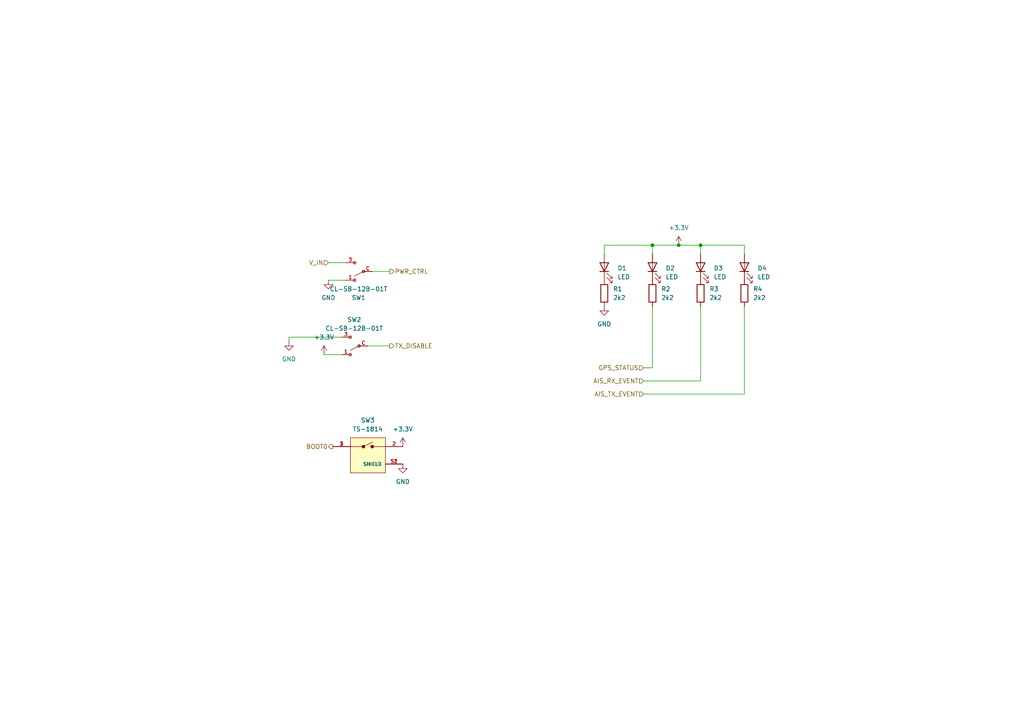
<source format=kicad_sch>
(kicad_sch (version 20230121) (generator eeschema)
  (paper "A4")
  (title_block (title "MAIANA NMEA2000 Adapter") (date "2023-09-23") (rev "8") (company "Maverick Labs LLC"))
  (lib_symbols
    (symbol "1977066-1:1977066-1" (pin_names (offset 1.016))
      (property "Reference" "SW" (at -5.0851 5.5936 0))
      (property "Value" "1977066-1" (at -5.0892 -7.6338 0))
      (symbol "1977066-1_0_0"
        (rectangle (start -5.08 -5.08) (end 5.08 5.08) (stroke (width 0.1524)) (fill (type background)))
        (circle (center -1.27 2.54) (radius 0.254) (stroke (width 0.508)))
        (polyline (pts (xy -5.08 2.54) (xy -1.27 2.54)) (stroke (width 0.1524)))
        (polyline (pts (xy -1.27 2.54) (xy 1.27 3.81)) (stroke (width 0.1524)))
        (polyline (pts (xy 1.27 2.54) (xy 5.08 2.54)) (stroke (width 0.1524)))
        (circle (center 1.27 2.54) (radius 0.254) (stroke (width 0.508)))
        (pin passive line (at -10.16 2.54 0) (length 5.08) (name "~") (number "1"))
        (pin passive line (at 10.16 2.54 180) (length 5.08) (name "~") (number "2"))
        (pin passive line (at -10.16 2.54 0) (length 5.08) (name "~") (number "3"))
        (pin passive line (at 10.16 -2.54 180) (length 5.08) (name "SHIELD") (number "S1"))
        (pin passive line (at 10.16 -2.54 180) (length 5.08) (name "SHIELD") (number "S2"))
      )
    )
    (symbol "CL-SB-12B-01T:CL-SB-12B-01T" (pin_names (offset 1.016))
      (property "Reference" "SW" (at 1.27 3.048 0))
      (property "Value" "CL-SB-12B-01T" (at 1.016 -3.302 0))
      (symbol "CL-SB-12B-01T_0_0"
        (polyline (pts (xy 0 0) (xy 2.54 1.27)) (stroke (width 0.1524)))
        (polyline (pts (xy 2.54 -2.54) (xy 3.175 -2.54)) (stroke (width 0.127)))
        (polyline (pts (xy 2.54 2.54) (xy 3.175 2.54)) (stroke (width 0.1524)))
        (circle (center 0 0) (radius 0.3592) (stroke (width 0.2032)))
        (circle (center 2.54 -2.54) (radius 0.3592) (stroke (width 0.2032)))
        (circle (center 2.54 2.54) (radius 0.3592) (stroke (width 0.2032)))
        (pin passive line (at 5.08 2.54 180) (length 2.54) (name "~") (number "1"))
        (pin passive line (at 5.08 -2.54 180) (length 2.54) (name "~") (number "3"))
        (pin passive line (at -2.54 0 0) (length 2.54) (name "~") (number "C"))
      )
    )
    (symbol "Device:LED" (pin_numbers hide) (pin_names (offset 1.016) hide)
      (property "Reference" "D" (at 0 2.54 0))
      (property "Value" "LED" (at 0 -2.54 0))
      (symbol "LED_0_1"
        (polyline (pts (xy -1.27 -1.27) (xy -1.27 1.27)) (stroke (width 0.254)))
        (polyline (pts (xy -1.27 0) (xy 1.27 0)))
        (polyline (pts (xy 1.27 -1.27) (xy 1.27 1.27) (xy -1.27 0) (xy 1.27 -1.27)) (stroke (width 0.254)))
        (polyline (pts (xy -3.048 -0.762) (xy -4.572 -2.286) (xy -3.81 -2.286) (xy -4.572 -2.286) (xy -4.572 -1.524)))
        (polyline (pts (xy -1.778 -0.762) (xy -3.302 -2.286) (xy -2.54 -2.286) (xy -3.302 -2.286) (xy -3.302 -1.524)))
      )
      (symbol "LED_1_1"
        (pin passive line (at -3.81 0 0) (length 2.54) (name "K") (number "1"))
        (pin passive line (at 3.81 0 180) (length 2.54) (name "A") (number "2"))
      )
    )
    (symbol "Device:R" (pin_numbers hide) (pin_names (offset 0))
      (property "Reference" "R" (at 2.032 0 90))
      (property "Value" "R" (at 0 0 90))
      (symbol "R_0_1"
        (rectangle (start -1.016 -2.54) (end 1.016 2.54) (stroke (width 0.254)))
      )
      (symbol "R_1_1"
        (pin passive line (at 0 3.81 270) (length 1.27) (name "~") (number "1"))
        (pin passive line (at 0 -3.81 90) (length 1.27) (name "~") (number "2"))
      )
    )
    (symbol "power:+3.3V" (power) (pin_names (offset 0))
      (property "Value" "+3.3V" (at 0 3.556 0))
      (symbol "+3.3V_0_1"
        (polyline (pts (xy -0.762 1.27) (xy 0 2.54)))
        (polyline (pts (xy 0 0) (xy 0 2.54)))
        (polyline (pts (xy 0 2.54) (xy 0.762 1.27)))
      )
      (symbol "+3.3V_1_1"
        (pin power_in line (at 0 0 90) (length 0) hide (name "+3.3V") (number "1"))
      )
    )
    (symbol "power:GND" (power) (pin_names (offset 0))
      (property "Value" "GND" (at 0 -3.81 0))
      (symbol "GND_0_1"
        (polyline (pts (xy 0 0) (xy 0 -1.27) (xy 1.27 -1.27) (xy 0 -2.54) (xy -1.27 -1.27) (xy 0 -1.27)))
      )
      (symbol "GND_1_1"
        (pin power_in line (at 0 0 270) (length 0) hide (name "GND") (number "1"))
      )
    )
  )
  (junction (at 189.23 71.12))
  (junction (at 203.2 71.12))
  (junction (at 196.85 71.12))
  (wire (pts (xy 99.06 97.79) (xy 83.82 97.79)))
  (wire (pts (xy 189.23 71.12) (xy 189.23 73.66)))
  (wire (pts (xy 203.2 110.49) (xy 203.2 88.9)))
  (wire (pts (xy 186.69 106.68) (xy 189.23 106.68)))
  (wire (pts (xy 189.23 71.12) (xy 196.85 71.12)))
  (wire (pts (xy 107.95 78.74) (xy 113.03 78.74)))
  (wire (pts (xy 100.33 76.2) (xy 95.25 76.2)))
  (wire (pts (xy 106.68 100.33) (xy 113.03 100.33)))
  (wire (pts (xy 175.26 71.12) (xy 189.23 71.12)))
  (wire (pts (xy 100.33 81.28) (xy 95.25 81.28)))
  (wire (pts (xy 215.9 114.3) (xy 215.9 88.9)))
  (wire (pts (xy 83.82 97.79) (xy 83.82 99.06)))
  (wire (pts (xy 203.2 71.12) (xy 196.85 71.12)))
  (wire (pts (xy 203.2 73.66) (xy 203.2 71.12)))
  (wire (pts (xy 189.23 106.68) (xy 189.23 88.9)))
  (wire (pts (xy 93.98 102.87) (xy 99.06 102.87)))
  (wire (pts (xy 186.69 110.49) (xy 203.2 110.49)))
  (wire (pts (xy 215.9 73.66) (xy 215.9 71.12)))
  (wire (pts (xy 175.26 73.66) (xy 175.26 71.12)))
  (wire (pts (xy 215.9 71.12) (xy 203.2 71.12)))
  (wire (pts (xy 186.69 114.3) (xy 215.9 114.3)))
  (hierarchical_label "AIS_RX_EVENT" (shape input) (at 186.69 110.49 180))
  (hierarchical_label "TX_DISABLE" (shape output) (at 113.03 100.33 0))
  (hierarchical_label "BOOT0" (shape output) (at 96.52 129.54 180))
  (hierarchical_label "AIS_TX_EVENT" (shape input) (at 186.69 114.3 180))
  (hierarchical_label "GPS_STATUS" (shape input) (at 186.69 106.68 180))
  (hierarchical_label "V_IN" (shape input) (at 95.25 76.2 180))
  (hierarchical_label "PWR_CTRL" (shape output) (at 113.03 78.74 0))
  (symbol (lib_id "power:+3.3V") (at 93.98 102.87 0) (unit 1)
    (property "Reference" "#PWR023" (effects hide))
    (property "Value" "+3.3V" (at 93.98 97.79 0))
  )
  (symbol (lib_id "Device:R") (at 215.9 85.09 0) (unit 1)
    (property "Reference" "R4" (at 218.44 83.82 0) (effects (justify left)))
    (property "Value" "2k2" (at 218.44 86.36 0) (effects (justify left)))
    (property "Footprint" "Resistor_SMD:R_0603_1608Metric" (effects hide))
  )
  (symbol (lib_id "Device:R") (at 203.2 85.09 0) (unit 1)
    (property "Reference" "R3" (at 205.74 83.82 0) (effects (justify left)))
    (property "Value" "2k2" (at 205.74 86.36 0) (effects (justify left)))
    (property "Footprint" "Resistor_SMD:R_0603_1608Metric" (effects hide))
  )
  (symbol (lib_id "Device:LED") (at 203.2 77.47 90) (unit 1)
    (property "Reference" "D3" (at 207.01 77.7875 90) (effects (justify right)))
    (property "Value" "LED" (at 207.01 80.3275 90) (effects (justify right)))
    (property "Footprint" "LED_SMD:LED_1206_3216Metric" (effects hide))
  )
  (symbol (lib_id "Device:R") (at 175.26 85.09 0) (unit 1)
    (property "Reference" "R1" (at 177.8 83.82 0) (effects (justify left)))
    (property "Value" "2k2" (at 177.8 86.36 0) (effects (justify left)))
    (property "Footprint" "Resistor_SMD:R_0603_1608Metric" (effects hide))
  )
  (symbol (lib_id "power:+3.3V") (at 116.84 129.54 0) (unit 1)
    (property "Reference" "#PWR025" (effects hide))
    (property "Value" "+3.3V" (at 116.84 124.46 0))
  )
  (symbol (lib_id "Device:LED") (at 175.26 77.47 90) (unit 1)
    (property "Reference" "D1" (at 179.07 77.7875 90) (effects (justify right)))
    (property "Value" "LED" (at 179.07 80.3275 90) (effects (justify right)))
    (property "Footprint" "LED_SMD:LED_1206_3216Metric" (effects hide))
  )
  (symbol (lib_id "Device:R") (at 189.23 85.09 0) (unit 1)
    (property "Reference" "R2" (at 191.77 83.82 0) (effects (justify left)))
    (property "Value" "2k2" (at 191.77 86.36 0) (effects (justify left)))
    (property "Footprint" "Resistor_SMD:R_0603_1608Metric" (effects hide))
  )
  (symbol (lib_id "Device:LED") (at 189.23 77.47 90) (unit 1)
    (property "Reference" "D2" (at 193.04 77.7875 90) (effects (justify right)))
    (property "Value" "LED" (at 193.04 80.3275 90) (effects (justify right)))
    (property "Footprint" "LED_SMD:LED_1206_3216Metric" (effects hide))
  )
  (symbol (lib_id "power:GND") (at 116.84 134.62 0) (unit 1)
    (property "Reference" "#PWR026" (effects hide))
    (property "Value" "GND" (at 116.84 139.7 0))
  )
  (symbol (lib_id "power:GND") (at 95.25 81.28 0) (unit 1)
    (property "Reference" "#PWR021" (effects hide))
    (property "Value" "GND" (at 95.25 86.36 0))
  )
  (symbol (lib_id "CL-SB-12B-01T:CL-SB-12B-01T") (at 104.14 100.33 180) (unit 1)
    (property "Reference" "SW2" (at 102.7448 92.71 0))
    (property "Value" "CL-SB-12B-01T" (at 102.7448 95.25 0))
    (property "Footprint" "KiCadFootprints:CL-SB-12B-01T" (effects hide))
    (property "MF" "nidec components" (effects hide))
    (property "Description" "\nSlide Switch, SPDT, 200mA, 12V, Standard, Surface Mount, CL-SB Series | Nidec Components CL-SB-12B-01T\n" (effects hide))
    (property "Package" "None" (effects hide))
    (property "Price" "None" (effects hide))
    (property "SnapEDA_Link" "https://www.snapeda.com/parts/CL-SB-12B-01T/NIC+Components/view-part/?ref=snap" (effects hide))
    (property "MP" "CL-SB-12B-01T" (effects hide))
    (property "Purchase-URL" "https://www.snapeda.com/api/url_track_click_mouser/?unipart_id=13723019&manufacturer=nidec components&part_name=CL-SB-12B-01T&search_term=cl-sb-12b-01t" (effects hide))
    (property "Availability" "In Stock" (effects hide))
    (property "Check_prices" "https://www.snapeda.com/parts/CL-SB-12B-01T/NIC+Components/view-part/?ref=eda" (effects hide))
  )
  (symbol (lib_id "CL-SB-12B-01T:CL-SB-12B-01T") (at 105.41 78.74 180) (unit 1)
    (property "Reference" "SW1" (at 104.0148 86.36 0))
    (property "Value" "CL-SB-12B-01T" (at 104.0148 83.82 0))
    (property "Footprint" "KiCadFootprints:CL-SB-12B-01T" (effects hide))
    (property "MF" "nidec components" (effects hide))
    (property "Description" "\nSlide Switch, SPDT, 200mA, 12V, Standard, Surface Mount, CL-SB Series | Nidec Components CL-SB-12B-01T\n" (effects hide))
    (property "Package" "None" (effects hide))
    (property "Price" "None" (effects hide))
    (property "SnapEDA_Link" "https://www.snapeda.com/parts/CL-SB-12B-01T/NIC+Components/view-part/?ref=snap" (effects hide))
    (property "MP" "CL-SB-12B-01T" (effects hide))
    (property "Purchase-URL" "https://www.snapeda.com/api/url_track_click_mouser/?unipart_id=13723019&manufacturer=nidec components&part_name=CL-SB-12B-01T&search_term=cl-sb-12b-01t" (effects hide))
    (property "Availability" "In Stock" (effects hide))
    (property "Check_prices" "https://www.snapeda.com/parts/CL-SB-12B-01T/NIC+Components/view-part/?ref=eda" (effects hide))
  )
  (symbol (lib_id "power:GND") (at 175.26 88.9 0) (unit 1)
    (property "Reference" "#PWR019" (effects hide))
    (property "Value" "GND" (at 175.26 93.98 0))
  )
  (symbol (lib_id "1977066-1:1977066-1") (at 106.68 132.08 0) (unit 1)
    (property "Reference" "SW3" (at 106.68 121.92 0))
    (property "Value" "TS-1814" (at 106.68 124.46 0))
    (property "Footprint" "KiCadFootprints:TE_1977066-1" (effects hide))
    (property "Comment" "1977066-1" (effects hide))
    (property "MF" "TE Connectivity" (effects hide))
    (property "Description" "\nSwitch Tactile OFF (ON) SPST Round Button Gull Wing 0.05A 12VDC 100000Cycles 1.57N SMD T/R\n" (effects hide))
    (property "Package" "None" (effects hide))
    (property "Price" "None" (effects hide))
    (property "Check_prices" "https://www.snapeda.com/parts/1977066-1/TE+Connectivity+ALCOSWITCH+Switches/view-part/?ref=eda" (effects hide))
    (property "STANDARD" "Manufacturer Recommendation" (effects hide))
    (property "PARTREV" "C1" (effects hide))
    (property "SnapEDA_Link" "https://www.snapeda.com/parts/1977066-1/TE+Connectivity+ALCOSWITCH+Switches/view-part/?ref=snap" (effects hide))
    (property "MP" "1977066-1" (effects hide))
    (property "Purchase-URL" "https://www.snapeda.com/api/url_track_click_mouser/?unipart_id=2190229&manufacturer=TE Connectivity&part_name=1977066-1&search_term=1977066-1" (effects hide))
    (property "Availability" "In Stock" (effects hide))
    (property "MANUFACTURER" "TE Connectivity" (effects hide))
  )
  (symbol (lib_id "power:GND") (at 83.82 99.06 0) (unit 1)
    (property "Reference" "#PWR024" (effects hide))
    (property "Value" "GND" (at 83.82 104.14 0))
  )
  (symbol (lib_id "power:+3.3V") (at 196.85 71.12 0) (unit 1)
    (property "Reference" "#PWR017" (effects hide))
    (property "Value" "+3.3V" (at 196.85 66.04 0))
    (instances (project "NMEA2000Adapter-8.1" (path "" (reference "#PWR017") (unit 1)) (path "" (reference "#PWR020") (unit 1))))
  )
  (symbol (lib_id "Device:LED") (at 215.9 77.47 90) (unit 1)
    (property "Reference" "D4" (at 219.71 77.7875 90) (effects (justify right)))
    (property "Value" "LED" (at 219.71 80.3275 90) (effects (justify right)))
    (property "Footprint" "LED_SMD:LED_1206_3216Metric" (effects hide))
  )
)
</source>
